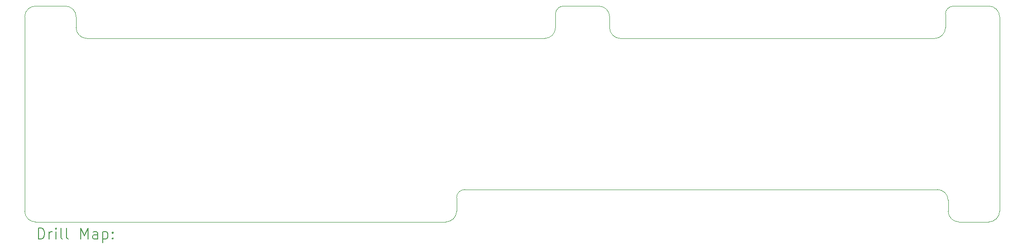
<source format=gbr>
%TF.GenerationSoftware,KiCad,Pcbnew,6.0.11+dfsg-1~bpo11+1*%
%TF.CreationDate,2023-04-21T11:36:44+08:00*%
%TF.ProjectId,EuroPowerBoard,4575726f-506f-4776-9572-426f6172642e,rev?*%
%TF.SameCoordinates,Original*%
%TF.FileFunction,Drillmap*%
%TF.FilePolarity,Positive*%
%FSLAX45Y45*%
G04 Gerber Fmt 4.5, Leading zero omitted, Abs format (unit mm)*
G04 Created by KiCad (PCBNEW 6.0.11+dfsg-1~bpo11+1) date 2023-04-21 11:36:44*
%MOMM*%
%LPD*%
G01*
G04 APERTURE LIST*
%ADD10C,0.100000*%
%ADD11C,0.200000*%
G04 APERTURE END LIST*
D10*
X13650000Y-4600000D02*
X14300000Y-4600000D01*
X4850000Y-5200000D02*
X13300000Y-5200000D01*
X3900000Y-4600000D02*
X4450000Y-4600000D01*
X4650000Y-5000000D02*
G75*
G03*
X4850000Y-5200000I200000J0D01*
G01*
X4650000Y-4800000D02*
X4650000Y-5000000D01*
X4650000Y-4800000D02*
G75*
G03*
X4450000Y-4600000I-200000J0D01*
G01*
X14500000Y-4800000D02*
X14500000Y-5000000D01*
X14500000Y-4800000D02*
G75*
G03*
X14300000Y-4600000I-200000J0D01*
G01*
X14500000Y-5000000D02*
G75*
G03*
X14700000Y-5200000I200000J0D01*
G01*
X20500000Y-5200000D02*
X14700000Y-5200000D01*
X20500000Y-5200000D02*
G75*
G03*
X20700000Y-5000000I0J200000D01*
G01*
X20850000Y-4600000D02*
G75*
G03*
X20700000Y-4750000I0J-150000D01*
G01*
X20700000Y-4750000D02*
X20700000Y-5000000D01*
X13300000Y-5200000D02*
G75*
G03*
X13500000Y-5000000I0J200000D01*
G01*
X13650000Y-4600000D02*
G75*
G03*
X13500000Y-4750000I0J-150000D01*
G01*
X13500000Y-4750000D02*
X13500000Y-5000000D01*
X21500000Y-8600000D02*
X20950000Y-8600000D01*
X20750000Y-8400000D02*
G75*
G03*
X20950000Y-8600000I200000J0D01*
G01*
X20750000Y-8200000D02*
G75*
G03*
X20550000Y-8000000I-200000J0D01*
G01*
X11475000Y-8600000D02*
G75*
G03*
X11675000Y-8400000I0J200000D01*
G01*
X11825000Y-8000000D02*
G75*
G03*
X11675000Y-8150000I0J-150000D01*
G01*
X20750000Y-8400000D02*
X20750000Y-8200000D01*
X11675000Y-8150000D02*
X11675000Y-8400000D01*
X11475000Y-8600000D02*
X11225000Y-8600000D01*
X20550000Y-8000000D02*
X11825000Y-8000000D01*
X21700000Y-4800000D02*
G75*
G03*
X21500000Y-4600000I-200000J0D01*
G01*
X21500000Y-8600000D02*
G75*
G03*
X21700000Y-8400000I0J200000D01*
G01*
X3700000Y-8400000D02*
G75*
G03*
X3900000Y-8600000I200000J0D01*
G01*
X3900000Y-4600000D02*
G75*
G03*
X3700000Y-4800000I0J-200000D01*
G01*
X3700000Y-8400000D02*
X3700000Y-4800000D01*
X11225000Y-8600000D02*
X3900000Y-8600000D01*
X21700000Y-4800000D02*
X21700000Y-8400000D01*
X20850000Y-4600000D02*
X21500000Y-4600000D01*
D11*
X3952619Y-8915476D02*
X3952619Y-8715476D01*
X4000238Y-8715476D01*
X4028809Y-8725000D01*
X4047857Y-8744048D01*
X4057381Y-8763095D01*
X4066905Y-8801190D01*
X4066905Y-8829762D01*
X4057381Y-8867857D01*
X4047857Y-8886905D01*
X4028809Y-8905952D01*
X4000238Y-8915476D01*
X3952619Y-8915476D01*
X4152619Y-8915476D02*
X4152619Y-8782143D01*
X4152619Y-8820238D02*
X4162143Y-8801190D01*
X4171667Y-8791667D01*
X4190714Y-8782143D01*
X4209762Y-8782143D01*
X4276429Y-8915476D02*
X4276429Y-8782143D01*
X4276429Y-8715476D02*
X4266905Y-8725000D01*
X4276429Y-8734524D01*
X4285952Y-8725000D01*
X4276429Y-8715476D01*
X4276429Y-8734524D01*
X4400238Y-8915476D02*
X4381190Y-8905952D01*
X4371667Y-8886905D01*
X4371667Y-8715476D01*
X4505000Y-8915476D02*
X4485952Y-8905952D01*
X4476429Y-8886905D01*
X4476429Y-8715476D01*
X4733571Y-8915476D02*
X4733571Y-8715476D01*
X4800238Y-8858333D01*
X4866905Y-8715476D01*
X4866905Y-8915476D01*
X5047857Y-8915476D02*
X5047857Y-8810714D01*
X5038333Y-8791667D01*
X5019286Y-8782143D01*
X4981190Y-8782143D01*
X4962143Y-8791667D01*
X5047857Y-8905952D02*
X5028810Y-8915476D01*
X4981190Y-8915476D01*
X4962143Y-8905952D01*
X4952619Y-8886905D01*
X4952619Y-8867857D01*
X4962143Y-8848810D01*
X4981190Y-8839286D01*
X5028810Y-8839286D01*
X5047857Y-8829762D01*
X5143095Y-8782143D02*
X5143095Y-8982143D01*
X5143095Y-8791667D02*
X5162143Y-8782143D01*
X5200238Y-8782143D01*
X5219286Y-8791667D01*
X5228810Y-8801190D01*
X5238333Y-8820238D01*
X5238333Y-8877381D01*
X5228810Y-8896429D01*
X5219286Y-8905952D01*
X5200238Y-8915476D01*
X5162143Y-8915476D01*
X5143095Y-8905952D01*
X5324048Y-8896429D02*
X5333571Y-8905952D01*
X5324048Y-8915476D01*
X5314524Y-8905952D01*
X5324048Y-8896429D01*
X5324048Y-8915476D01*
X5324048Y-8791667D02*
X5333571Y-8801190D01*
X5324048Y-8810714D01*
X5314524Y-8801190D01*
X5324048Y-8791667D01*
X5324048Y-8810714D01*
M02*

</source>
